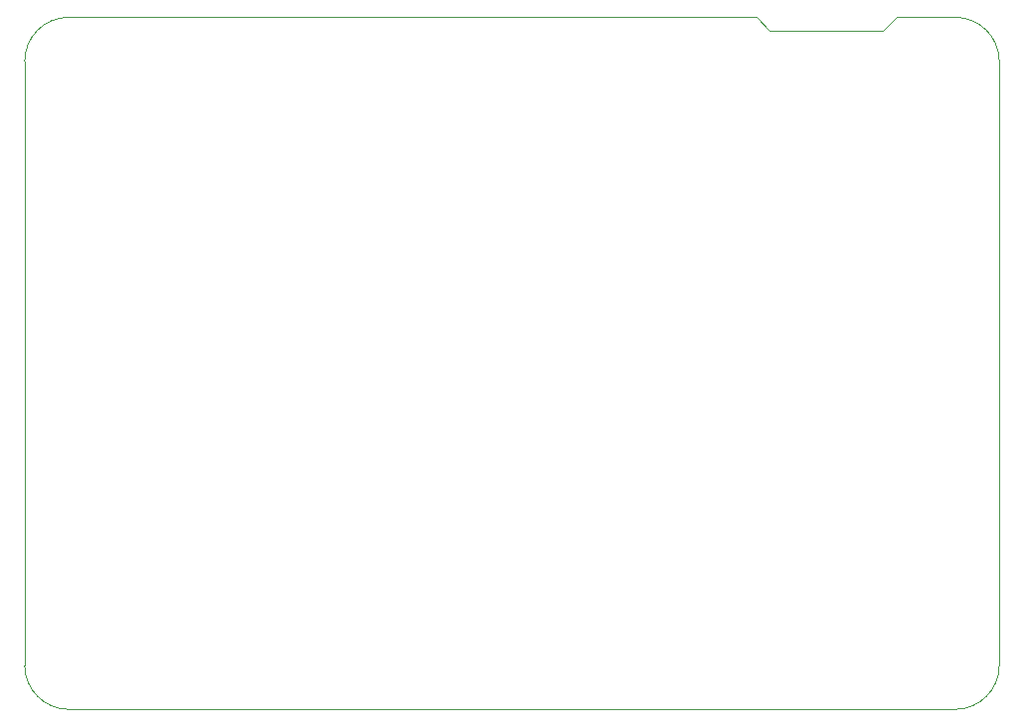
<source format=gbr>
%TF.GenerationSoftware,KiCad,Pcbnew,7.0.10*%
%TF.CreationDate,2024-02-09T12:16:23-05:00*%
%TF.ProjectId,pixc4-jetson-universal-carrier,70697863-342d-46a6-9574-736f6e2d756e,rev?*%
%TF.SameCoordinates,Original*%
%TF.FileFunction,Profile,NP*%
%FSLAX46Y46*%
G04 Gerber Fmt 4.6, Leading zero omitted, Abs format (unit mm)*
G04 Created by KiCad (PCBNEW 7.0.10) date 2024-02-09 12:16:23*
%MOMM*%
%LPD*%
G01*
G04 APERTURE LIST*
%TA.AperFunction,Profile*%
%ADD10C,0.050000*%
%TD*%
G04 APERTURE END LIST*
D10*
X141000000Y-133500000D02*
X141000000Y-82000000D01*
X61753850Y-137250000D02*
X137250550Y-137250000D01*
X137250550Y-137250000D02*
G75*
G03*
X141000000Y-133500000I-50J3749500D01*
G01*
X58000007Y-133500000D02*
G75*
G03*
X61753850Y-137250000I3758693J8700D01*
G01*
X61743850Y-78249995D02*
G75*
G03*
X58000000Y-82000000I0J-3743855D01*
G01*
X137250550Y-78250000D02*
X132232400Y-78250000D01*
X131089400Y-79390000D02*
X121440000Y-79390000D01*
X141000000Y-82000000D02*
G75*
G03*
X137250550Y-78250000I-3749500J500D01*
G01*
X61743850Y-78250000D02*
X120310000Y-78250000D01*
X121440000Y-79390000D02*
X120310000Y-78250000D01*
X132232400Y-78250000D02*
X131092400Y-79390000D01*
X58000000Y-82000000D02*
X58000000Y-133500000D01*
M02*

</source>
